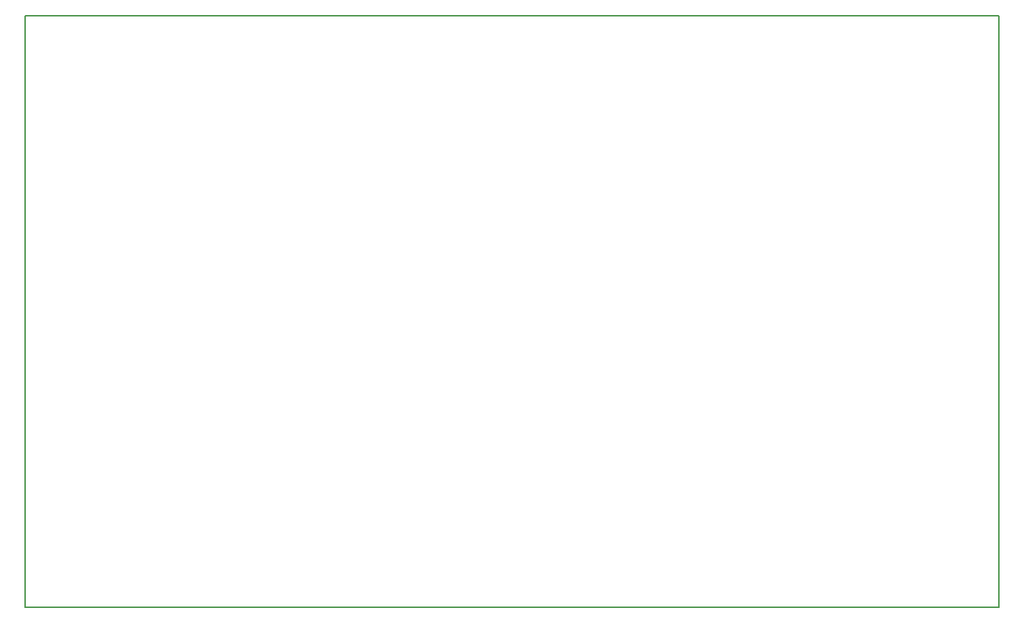
<source format=gbr>
%TF.GenerationSoftware,KiCad,Pcbnew,(6.0.2)*%
%TF.CreationDate,2022-04-18T10:54:02+08:00*%
%TF.ProjectId,BUDDY_v1.0.0,42554444-595f-4763-912e-302e302e6b69,v1.0.0*%
%TF.SameCoordinates,Original*%
%TF.FileFunction,Profile,NP*%
%FSLAX46Y46*%
G04 Gerber Fmt 4.6, Leading zero omitted, Abs format (unit mm)*
G04 Created by KiCad (PCBNEW (6.0.2)) date 2022-04-18 10:54:02*
%MOMM*%
%LPD*%
G01*
G04 APERTURE LIST*
%TA.AperFunction,Profile*%
%ADD10C,0.150000*%
%TD*%
G04 APERTURE END LIST*
D10*
X85700000Y-59300000D02*
X200702000Y-59300000D01*
X200702000Y-59300000D02*
X200702000Y-129285000D01*
X200702000Y-129285000D02*
X85700000Y-129285000D01*
X85700000Y-129285000D02*
X85700000Y-59300000D01*
M02*

</source>
